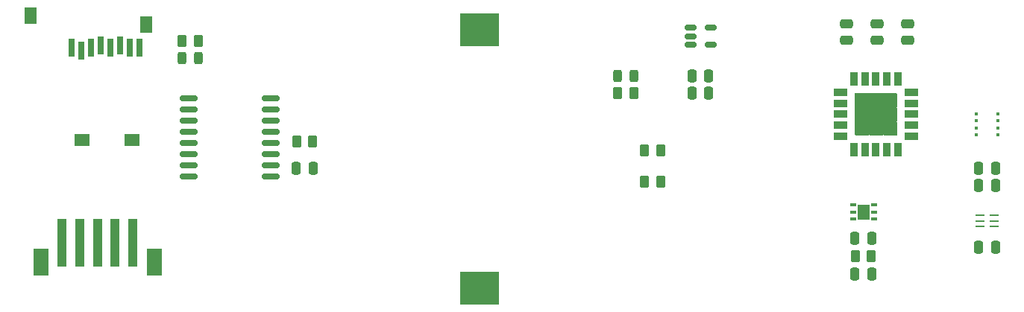
<source format=gbr>
%TF.GenerationSoftware,KiCad,Pcbnew,(6.0.8)*%
%TF.CreationDate,2022-11-30T15:49:30-05:00*%
%TF.ProjectId,mushroomDataloggerProject,6d757368-726f-46f6-9d44-6174616c6f67,rev?*%
%TF.SameCoordinates,Original*%
%TF.FileFunction,Paste,Top*%
%TF.FilePolarity,Positive*%
%FSLAX46Y46*%
G04 Gerber Fmt 4.6, Leading zero omitted, Abs format (unit mm)*
G04 Created by KiCad (PCBNEW (6.0.8)) date 2022-11-30 15:49:30*
%MOMM*%
%LPD*%
G01*
G04 APERTURE LIST*
G04 Aperture macros list*
%AMRoundRect*
0 Rectangle with rounded corners*
0 $1 Rounding radius*
0 $2 $3 $4 $5 $6 $7 $8 $9 X,Y pos of 4 corners*
0 Add a 4 corners polygon primitive as box body*
4,1,4,$2,$3,$4,$5,$6,$7,$8,$9,$2,$3,0*
0 Add four circle primitives for the rounded corners*
1,1,$1+$1,$2,$3*
1,1,$1+$1,$4,$5*
1,1,$1+$1,$6,$7*
1,1,$1+$1,$8,$9*
0 Add four rect primitives between the rounded corners*
20,1,$1+$1,$2,$3,$4,$5,0*
20,1,$1+$1,$4,$5,$6,$7,0*
20,1,$1+$1,$6,$7,$8,$9,0*
20,1,$1+$1,$8,$9,$2,$3,0*%
G04 Aperture macros list end*
%ADD10C,0.100000*%
%ADD11R,0.400000X0.400000*%
%ADD12R,0.812800X1.498600*%
%ADD13R,1.498600X0.812800*%
%ADD14R,4.800600X4.800600*%
%ADD15RoundRect,0.250000X-0.262500X-0.450000X0.262500X-0.450000X0.262500X0.450000X-0.262500X0.450000X0*%
%ADD16R,4.495800X3.810000*%
%ADD17R,1.000000X5.500000*%
%ADD18R,1.700000X3.100000*%
%ADD19R,0.800000X2.000000*%
%ADD20R,1.800000X1.400000*%
%ADD21R,1.400000X1.900000*%
%ADD22RoundRect,0.250000X-0.250000X-0.475000X0.250000X-0.475000X0.250000X0.475000X-0.250000X0.475000X0*%
%ADD23R,0.762000X0.406400*%
%ADD24R,1.346200X1.752600*%
%ADD25RoundRect,0.250000X-0.475000X0.250000X-0.475000X-0.250000X0.475000X-0.250000X0.475000X0.250000X0*%
%ADD26RoundRect,0.250000X0.250000X0.475000X-0.250000X0.475000X-0.250000X-0.475000X0.250000X-0.475000X0*%
%ADD27RoundRect,0.150000X0.875000X0.150000X-0.875000X0.150000X-0.875000X-0.150000X0.875000X-0.150000X0*%
%ADD28R,1.066800X0.254000*%
%ADD29RoundRect,0.243750X0.243750X0.456250X-0.243750X0.456250X-0.243750X-0.456250X0.243750X-0.456250X0*%
%ADD30RoundRect,0.150000X-0.512500X-0.150000X0.512500X-0.150000X0.512500X0.150000X-0.512500X0.150000X0*%
G04 APERTURE END LIST*
%TO.C,U6*%
G36*
X176065100Y-31464900D02*
G01*
X174664900Y-31464900D01*
X174664900Y-30064700D01*
X176065100Y-30064700D01*
X176065100Y-31464900D01*
G37*
D10*
X176065100Y-31464900D02*
X174664900Y-31464900D01*
X174664900Y-30064700D01*
X176065100Y-30064700D01*
X176065100Y-31464900D01*
G36*
X174464900Y-34665300D02*
G01*
X173064700Y-34665300D01*
X173064700Y-33265100D01*
X174464900Y-33265100D01*
X174464900Y-34665300D01*
G37*
X174464900Y-34665300D02*
X173064700Y-34665300D01*
X173064700Y-33265100D01*
X174464900Y-33265100D01*
X174464900Y-34665300D01*
G36*
X177665300Y-31464900D02*
G01*
X176265100Y-31464900D01*
X176265100Y-30064700D01*
X177665300Y-30064700D01*
X177665300Y-31464900D01*
G37*
X177665300Y-31464900D02*
X176265100Y-31464900D01*
X176265100Y-30064700D01*
X177665300Y-30064700D01*
X177665300Y-31464900D01*
G36*
X176065100Y-34665300D02*
G01*
X174664900Y-34665300D01*
X174664900Y-33265100D01*
X176065100Y-33265100D01*
X176065100Y-34665300D01*
G37*
X176065100Y-34665300D02*
X174664900Y-34665300D01*
X174664900Y-33265100D01*
X176065100Y-33265100D01*
X176065100Y-34665300D01*
G36*
X177665300Y-33065100D02*
G01*
X176265100Y-33065100D01*
X176265100Y-31664900D01*
X177665300Y-31664900D01*
X177665300Y-33065100D01*
G37*
X177665300Y-33065100D02*
X176265100Y-33065100D01*
X176265100Y-31664900D01*
X177665300Y-31664900D01*
X177665300Y-33065100D01*
G36*
X174464900Y-31464900D02*
G01*
X173064700Y-31464900D01*
X173064700Y-30064700D01*
X174464900Y-30064700D01*
X174464900Y-31464900D01*
G37*
X174464900Y-31464900D02*
X173064700Y-31464900D01*
X173064700Y-30064700D01*
X174464900Y-30064700D01*
X174464900Y-31464900D01*
G36*
X177665300Y-34665300D02*
G01*
X176265100Y-34665300D01*
X176265100Y-33265100D01*
X177665300Y-33265100D01*
X177665300Y-34665300D01*
G37*
X177665300Y-34665300D02*
X176265100Y-34665300D01*
X176265100Y-33265100D01*
X177665300Y-33265100D01*
X177665300Y-34665300D01*
G36*
X174464900Y-33065100D02*
G01*
X173064700Y-33065100D01*
X173064700Y-31664900D01*
X174464900Y-31664900D01*
X174464900Y-33065100D01*
G37*
X174464900Y-33065100D02*
X173064700Y-33065100D01*
X173064700Y-31664900D01*
X174464900Y-31664900D01*
X174464900Y-33065100D01*
G36*
X176065100Y-33065100D02*
G01*
X174664900Y-33065100D01*
X174664900Y-31664900D01*
X176065100Y-31664900D01*
X176065100Y-33065100D01*
G37*
X176065100Y-33065100D02*
X174664900Y-33065100D01*
X174664900Y-31664900D01*
X176065100Y-31664900D01*
X176065100Y-33065100D01*
%TD*%
D11*
%TO.C,U4*%
X189200000Y-32300000D03*
X189200000Y-33100000D03*
X189200000Y-33900000D03*
X189200000Y-34700000D03*
X186800000Y-34700000D03*
X186800000Y-33900000D03*
X186800000Y-33100000D03*
X186800000Y-32300000D03*
%TD*%
D12*
%TO.C,U6*%
X177865000Y-28365000D03*
X176615000Y-28365000D03*
X175365000Y-28365000D03*
X174115000Y-28365000D03*
X172865000Y-28365000D03*
D13*
X171365000Y-29865000D03*
X171365000Y-31115000D03*
X171365000Y-32365000D03*
X171365000Y-33615000D03*
X171365000Y-34865000D03*
D12*
X172865000Y-36365000D03*
X174115000Y-36365000D03*
X175365000Y-36365000D03*
X176615000Y-36365000D03*
X177865000Y-36365000D03*
D13*
X179365000Y-34865000D03*
X179365000Y-33615000D03*
X179365000Y-32365000D03*
X179365000Y-31115000D03*
X179365000Y-29865000D03*
D14*
X175365000Y-32365000D03*
%TD*%
D15*
%TO.C,R2*%
X173037500Y-48510000D03*
X174862500Y-48510000D03*
%TD*%
D16*
%TO.C,BT1*%
X130346000Y-22806598D03*
X130346000Y-52103008D03*
%TD*%
D17*
%TO.C,Sensor Extension*%
X83000000Y-47000000D03*
X85000000Y-47000000D03*
X87000000Y-47000000D03*
X89000000Y-47000000D03*
X91000000Y-47000000D03*
D18*
X93450000Y-49200000D03*
X80550000Y-49200000D03*
%TD*%
D15*
%TO.C,R11*%
X149087500Y-36500000D03*
X150912500Y-36500000D03*
%TD*%
%TO.C,R9*%
X146037500Y-30000000D03*
X147862500Y-30000000D03*
%TD*%
D19*
%TO.C,SD Card*%
X84060000Y-24775000D03*
X85160000Y-25175000D03*
X86260000Y-24775000D03*
X87360000Y-24575000D03*
X88460000Y-24775000D03*
X89560000Y-24575000D03*
X90660000Y-24775000D03*
X91760000Y-24775000D03*
D20*
X90950000Y-35325000D03*
X85250000Y-35325000D03*
D21*
X92550000Y-22175000D03*
X79400000Y-21175000D03*
%TD*%
D15*
%TO.C,R8*%
X96587500Y-24000000D03*
X98412500Y-24000000D03*
%TD*%
D22*
%TO.C,C2*%
X173000000Y-50510000D03*
X174900000Y-50510000D03*
%TD*%
D23*
%TO.C,U7*%
X172806200Y-42699999D03*
X172806200Y-43500000D03*
X172806200Y-44300001D03*
X175193800Y-44300001D03*
X175193800Y-43500000D03*
X175193800Y-42699999D03*
D24*
X174000000Y-43500000D03*
%TD*%
D22*
%TO.C,C3*%
X109550000Y-38500000D03*
X111450000Y-38500000D03*
%TD*%
D15*
%TO.C,R12*%
X149087500Y-40000000D03*
X150912500Y-40000000D03*
%TD*%
D25*
%TO.C,C8*%
X179000000Y-22050000D03*
X179000000Y-23950000D03*
%TD*%
D22*
%TO.C,C4*%
X187050000Y-40500000D03*
X188950000Y-40500000D03*
%TD*%
D26*
%TO.C,C7*%
X156400000Y-28000000D03*
X154500000Y-28000000D03*
%TD*%
D27*
%TO.C,RTC*%
X106650000Y-39445000D03*
X106650000Y-38175000D03*
X106650000Y-36905000D03*
X106650000Y-35635000D03*
X106650000Y-34365000D03*
X106650000Y-33095000D03*
X106650000Y-31825000D03*
X106650000Y-30555000D03*
X97350000Y-30555000D03*
X97350000Y-31825000D03*
X97350000Y-33095000D03*
X97350000Y-34365000D03*
X97350000Y-35635000D03*
X97350000Y-36905000D03*
X97350000Y-38175000D03*
X97350000Y-39445000D03*
%TD*%
D25*
%TO.C,C10*%
X172000000Y-22050000D03*
X172000000Y-23950000D03*
%TD*%
D26*
%TO.C,C6*%
X188950000Y-47500000D03*
X187050000Y-47500000D03*
%TD*%
%TO.C,C1*%
X156400000Y-30000000D03*
X154500000Y-30000000D03*
%TD*%
D28*
%TO.C,U3*%
X187166100Y-43850014D03*
X187166100Y-44500000D03*
X187166100Y-45149986D03*
X188817100Y-45149986D03*
X188817100Y-44500000D03*
X188817100Y-43850014D03*
%TD*%
D29*
%TO.C,D1*%
X98437500Y-26000000D03*
X96562500Y-26000000D03*
%TD*%
D30*
%TO.C,U5*%
X154312500Y-22550000D03*
X154312500Y-23500000D03*
X154312500Y-24450000D03*
X156587500Y-24450000D03*
X156587500Y-22550000D03*
%TD*%
D29*
%TO.C,D2*%
X147887500Y-28000000D03*
X146012500Y-28000000D03*
%TD*%
D22*
%TO.C,C5*%
X187050000Y-38500000D03*
X188950000Y-38500000D03*
%TD*%
%TO.C,C11*%
X173000000Y-46500000D03*
X174900000Y-46500000D03*
%TD*%
D15*
%TO.C,R1*%
X109587500Y-35500000D03*
X111412500Y-35500000D03*
%TD*%
D25*
%TO.C,C9*%
X175500000Y-22050000D03*
X175500000Y-23950000D03*
%TD*%
M02*

</source>
